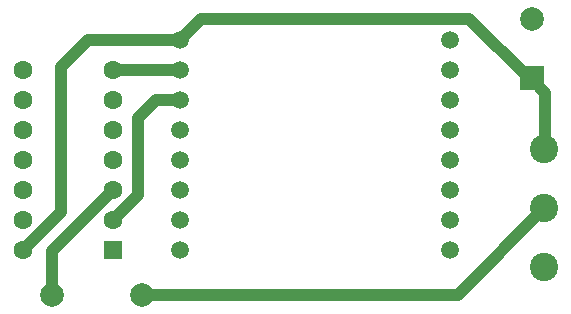
<source format=gtl>
G04 Layer: TopLayer*
G04 EasyEDA v6.4.25, 2021-11-13T16:36:47+01:00*
G04 fbf2b491685049a8bfad643619c64f1f,1776d3e4676a440d9a66004cab294cc2,10*
G04 Gerber Generator version 0.2*
G04 Scale: 100 percent, Rotated: No, Reflected: No *
G04 Dimensions in millimeters *
G04 leading zeros omitted , absolute positions ,4 integer and 5 decimal *
%FSLAX45Y45*%
%MOMM*%

%ADD11C,1.0000*%
%ADD12R,2.0000X2.0000*%
%ADD13C,2.0000*%
%ADD14C,2.4000*%
%ADD15R,1.5999X1.5999*%
%ADD16C,1.5999*%
%ADD17C,1.5080*%

%LPD*%
D11*
X4610100Y1455801D02*
G01*
X3870299Y716000D01*
X1199200Y716000D01*
X1516700Y2875000D02*
G01*
X742000Y2875000D01*
X513400Y2646400D01*
X513400Y1417800D01*
X191099Y1095499D01*
X437200Y716000D02*
G01*
X437200Y1087600D01*
X953099Y1603499D01*
X1516700Y2621000D02*
G01*
X954600Y2621000D01*
X953099Y2619499D01*
X1516700Y2875000D02*
G01*
X1694500Y3052800D01*
X3967800Y3052800D01*
X4471781Y2548813D01*
X4526600Y2548813D01*
X4513300Y2524008D02*
G01*
X4610100Y2427206D01*
X4610100Y1955800D01*
X1516700Y2367000D02*
G01*
X1313500Y2367000D01*
X1161100Y2214600D01*
X1161100Y1557500D01*
X953099Y1349499D01*
D12*
G01*
X4500001Y2550010D03*
D13*
G01*
X4500001Y3050009D03*
G01*
X437200Y716000D03*
G01*
X1199200Y716000D03*
D14*
G01*
X4600000Y1950001D03*
G01*
X4600000Y1450002D03*
G01*
X4600000Y950003D03*
D15*
G01*
X953099Y1095502D03*
D16*
G01*
X953099Y1349502D03*
G01*
X953099Y1603502D03*
G01*
X953099Y1857502D03*
G01*
X953099Y2111502D03*
G01*
X953099Y2365502D03*
G01*
X953099Y2619502D03*
G01*
X191099Y2619502D03*
G01*
X191099Y2365502D03*
G01*
X191099Y2111502D03*
G01*
X191099Y1857502D03*
G01*
X191099Y1603502D03*
G01*
X191099Y1349502D03*
G01*
X191099Y1095502D03*
D17*
G01*
X3802700Y2621000D03*
G01*
X3802700Y2367000D03*
G01*
X3802700Y2113000D03*
G01*
X3802700Y1859000D03*
G01*
X3802700Y1605000D03*
G01*
X3802700Y1351000D03*
G01*
X3802700Y1097000D03*
G01*
X1516700Y2621000D03*
G01*
X1516700Y2367000D03*
G01*
X1516700Y2113000D03*
G01*
X1516700Y1859000D03*
G01*
X1516700Y1605000D03*
G01*
X1516700Y1351000D03*
G01*
X1516700Y1097000D03*
G01*
X3802700Y2875000D03*
G01*
X1516700Y2875000D03*
M02*

</source>
